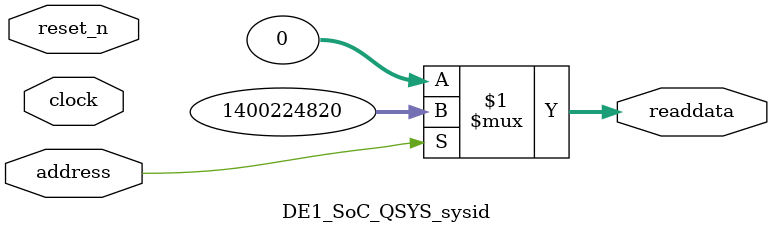
<source format=v>

`timescale 1ns / 1ps
// synthesis translate_on

// turn off superfluous verilog processor warnings 
// altera message_level Level1 
// altera message_off 10034 10035 10036 10037 10230 10240 10030 

module DE1_SoC_QSYS_sysid (
               // inputs:
                address,
                clock,
                reset_n,

               // outputs:
                readdata
             )
;

  output  [ 31: 0] readdata;
  input            address;
  input            clock;
  input            reset_n;

  wire    [ 31: 0] readdata;
  //control_slave, which is an e_avalon_slave
  assign readdata = address ? 1400224820 : 0;

endmodule




</source>
